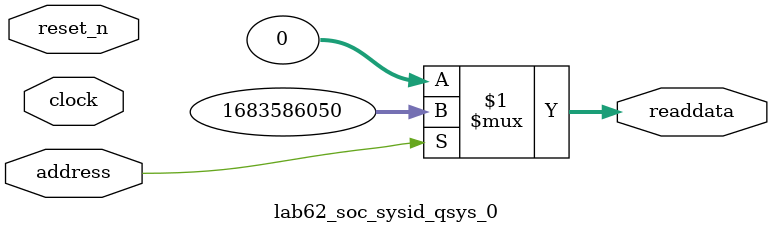
<source format=v>



// synthesis translate_off
`timescale 1ns / 1ps
// synthesis translate_on

// turn off superfluous verilog processor warnings 
// altera message_level Level1 
// altera message_off 10034 10035 10036 10037 10230 10240 10030 

module lab62_soc_sysid_qsys_0 (
               // inputs:
                address,
                clock,
                reset_n,

               // outputs:
                readdata
             )
;

  output  [ 31: 0] readdata;
  input            address;
  input            clock;
  input            reset_n;

  wire    [ 31: 0] readdata;
  //control_slave, which is an e_avalon_slave
  assign readdata = address ? 1683586050 : 0;

endmodule



</source>
